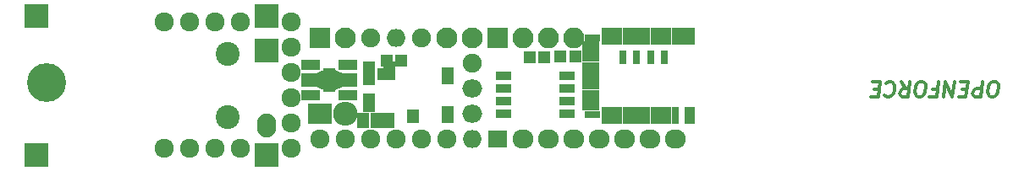
<source format=gbr>
G04 #@! TF.FileFunction,Soldermask,Top*
%FSLAX46Y46*%
G04 Gerber Fmt 4.6, Leading zero omitted, Abs format (unit mm)*
G04 Created by KiCad (PCBNEW 4.0.2+dfsg1-stable) date 2018年07月27日 19時18分06秒*
%MOMM*%
G01*
G04 APERTURE LIST*
%ADD10C,0.100000*%
%ADD11C,0.300000*%
%ADD12C,1.924000*%
%ADD13C,2.400000*%
%ADD14R,2.100000X2.100000*%
%ADD15O,2.100000X2.100000*%
%ADD16O,1.900000X1.800000*%
%ADD17R,0.800000X1.400000*%
%ADD18R,1.500000X0.800000*%
%ADD19R,1.800000X0.800000*%
%ADD20R,0.800000X1.800000*%
%ADD21R,1.000000X1.800000*%
%ADD22R,2.432000X2.000000*%
%ADD23O,2.432000X2.432000*%
%ADD24R,1.300000X1.400000*%
%ADD25R,1.300000X1.700000*%
%ADD26O,2.000000X1.800000*%
%ADD27C,1.900000*%
%ADD28R,1.901140X1.101040*%
%ADD29R,1.901140X1.400760*%
%ADD30R,1.200100X2.398980*%
%ADD31R,1.543000X0.908000*%
%ADD32O,1.900000X2.400000*%
%ADD33R,2.400000X2.400000*%
%ADD34R,1.200000X1.150000*%
%ADD35R,1.200000X1.500000*%
%ADD36R,2.400000X1.500000*%
%ADD37C,3.900120*%
%ADD38O,2.100000X1.900000*%
%ADD39R,1.900000X1.700000*%
%ADD40C,2.100000*%
%ADD41R,1.800000X1.200000*%
%ADD42R,1.250000X1.924000*%
%ADD43R,1.250000X2.400000*%
G04 APERTURE END LIST*
D10*
D11*
X120837207Y-83336229D02*
X120551493Y-83336229D01*
X120417564Y-83264800D01*
X120292564Y-83121943D01*
X120256850Y-82836229D01*
X120319350Y-82336229D01*
X120426493Y-82050514D01*
X120587207Y-81907657D01*
X120738993Y-81836229D01*
X121024707Y-81836229D01*
X121158636Y-81907657D01*
X121283636Y-82050514D01*
X121319350Y-82336229D01*
X121256850Y-82836229D01*
X121149707Y-83121943D01*
X120988993Y-83264800D01*
X120837207Y-83336229D01*
X119738992Y-81836229D02*
X119551492Y-83336229D01*
X118980064Y-83336229D01*
X118846135Y-83264800D01*
X118783636Y-83193371D01*
X118730064Y-83050514D01*
X118756849Y-82836229D01*
X118846136Y-82693371D01*
X118926492Y-82621943D01*
X119078279Y-82550514D01*
X119649707Y-82550514D01*
X118140778Y-82621943D02*
X117640778Y-82621943D01*
X117524706Y-81836229D02*
X118238992Y-81836229D01*
X118051492Y-83336229D01*
X117337206Y-83336229D01*
X116881849Y-81836229D02*
X116694349Y-83336229D01*
X116024706Y-81836229D01*
X115837206Y-83336229D01*
X114712206Y-82621943D02*
X115212206Y-82621943D01*
X115310420Y-81836229D02*
X115122920Y-83336229D01*
X114408634Y-83336229D01*
X113551492Y-83336229D02*
X113265778Y-83336229D01*
X113131849Y-83264800D01*
X113006849Y-83121943D01*
X112971135Y-82836229D01*
X113033635Y-82336229D01*
X113140778Y-82050514D01*
X113301492Y-81907657D01*
X113453278Y-81836229D01*
X113738992Y-81836229D01*
X113872921Y-81907657D01*
X113997921Y-82050514D01*
X114033635Y-82336229D01*
X113971135Y-82836229D01*
X113863992Y-83121943D01*
X113703278Y-83264800D01*
X113551492Y-83336229D01*
X111596134Y-81836229D02*
X112006849Y-82550514D01*
X112453277Y-81836229D02*
X112265777Y-83336229D01*
X111694349Y-83336229D01*
X111560420Y-83264800D01*
X111497921Y-83193371D01*
X111444349Y-83050514D01*
X111471134Y-82836229D01*
X111560421Y-82693371D01*
X111640777Y-82621943D01*
X111792564Y-82550514D01*
X112363992Y-82550514D01*
X110078277Y-81979086D02*
X110158635Y-81907657D01*
X110381849Y-81836229D01*
X110524706Y-81836229D01*
X110730063Y-81907657D01*
X110855064Y-82050514D01*
X110908635Y-82193371D01*
X110944349Y-82479086D01*
X110917564Y-82693371D01*
X110810420Y-82979086D01*
X110721135Y-83121943D01*
X110560420Y-83264800D01*
X110337206Y-83336229D01*
X110194349Y-83336229D01*
X109988992Y-83264800D01*
X109926492Y-83193371D01*
X109355063Y-82621943D02*
X108855063Y-82621943D01*
X108738991Y-81836229D02*
X109453277Y-81836229D01*
X109265777Y-83336229D01*
X108551491Y-83336229D01*
D12*
X50535800Y-88534600D03*
X50535800Y-85994600D03*
X50535800Y-83454600D03*
X50535800Y-80914600D03*
X50535800Y-78374600D03*
X50535800Y-75834600D03*
X45455800Y-75834600D03*
X42915800Y-75834600D03*
X40375800Y-75834600D03*
X37835800Y-75834600D03*
X37835800Y-88534600D03*
X40375800Y-88534600D03*
X42915800Y-88534600D03*
X45455800Y-88534600D03*
D13*
X44185800Y-85359600D03*
X44185800Y-79009600D03*
D14*
X71160600Y-77434800D03*
D15*
X73700600Y-77434800D03*
X76240600Y-77434800D03*
X78780600Y-77434800D03*
D12*
X63540600Y-87554800D03*
X66080600Y-87554800D03*
X61000600Y-87554800D03*
X58460600Y-87554800D03*
X55920600Y-87554800D03*
X53380600Y-87554800D03*
D16*
X68620600Y-87554800D03*
D17*
X86485600Y-79394800D03*
X87885600Y-79394800D03*
X85085600Y-79394800D03*
X83685600Y-79394800D03*
D18*
X80685600Y-85094800D03*
D19*
X80535600Y-84394800D03*
X80535600Y-83694800D03*
X80535600Y-82294800D03*
X80535600Y-82994800D03*
X80535600Y-78794800D03*
X80535600Y-78094800D03*
D18*
X80685600Y-77394800D03*
D19*
X80535600Y-79494800D03*
X80535600Y-80194800D03*
X80535600Y-81594800D03*
X80535600Y-80894800D03*
D20*
X88935600Y-85244800D03*
X88235600Y-85244800D03*
X86835600Y-85244800D03*
X87535600Y-85244800D03*
X86135600Y-85244800D03*
X81935600Y-85244800D03*
X83335600Y-85244800D03*
X82635600Y-85244800D03*
X84035600Y-85244800D03*
X84735600Y-85244800D03*
X85435600Y-85244800D03*
X85435600Y-77244800D03*
X84735600Y-77244800D03*
X84035600Y-77244800D03*
X82635600Y-77244800D03*
X83335600Y-77244800D03*
X81935600Y-77244800D03*
X86135600Y-77244800D03*
X87535600Y-77244800D03*
X86835600Y-77244800D03*
X88235600Y-77244800D03*
X88935600Y-77244800D03*
X89635600Y-77244800D03*
D21*
X90435600Y-85244800D03*
X90435600Y-77244800D03*
D22*
X53380600Y-85054800D03*
D23*
X55920600Y-85054800D03*
D24*
X62732000Y-85275200D03*
D25*
X66232000Y-81225200D03*
X66232000Y-85125200D03*
D26*
X68620600Y-82514800D03*
X68620600Y-85054800D03*
D27*
X68620600Y-79974800D03*
D10*
G36*
X54219410Y-82851960D02*
X53070110Y-82351580D01*
X53070110Y-80950820D01*
X54219410Y-80450440D01*
X54219410Y-82851960D01*
X54219410Y-82851960D01*
G37*
D28*
X52519540Y-83152340D03*
X52519540Y-80150060D03*
X56222860Y-83152340D03*
D29*
X56222860Y-81651200D03*
D28*
X56222860Y-80150060D03*
D29*
X52519540Y-81651200D03*
D10*
G36*
X54522990Y-80450440D02*
X55672290Y-80950820D01*
X55672290Y-82351580D01*
X54522990Y-82851960D01*
X54522990Y-80450440D01*
X54522990Y-80450440D01*
G37*
D30*
X54371200Y-81651200D03*
D31*
X71795600Y-85054800D03*
X71795600Y-83784800D03*
X71795600Y-82514800D03*
X71795600Y-81244800D03*
X78145600Y-81244800D03*
X78145600Y-82514800D03*
X78145600Y-83784800D03*
X78145600Y-85054800D03*
D32*
X48053100Y-86197300D03*
D33*
X48053100Y-78697300D03*
X48053100Y-75197300D03*
X48053100Y-89197300D03*
X25053100Y-89197300D03*
X25053100Y-75197300D03*
D34*
X60085600Y-79744800D03*
X61585600Y-79744800D03*
X78959100Y-79276300D03*
X77459100Y-79276300D03*
D35*
X57740800Y-85740600D03*
D36*
X59640800Y-85740600D03*
D34*
X74385000Y-79339800D03*
X75885000Y-79339800D03*
D37*
X26075600Y-81879800D03*
D38*
X88940600Y-87594800D03*
X83860600Y-87594800D03*
X86400600Y-87594800D03*
X81320600Y-87594800D03*
X76240600Y-87594800D03*
X78780600Y-87594800D03*
X73700600Y-87594800D03*
D39*
X71160600Y-87594800D03*
D40*
X66080600Y-77434800D03*
X68620600Y-77434800D03*
D27*
X63540600Y-77434800D03*
X58460600Y-77434800D03*
D16*
X61000600Y-77434800D03*
D40*
X55920600Y-77434800D03*
D14*
X53380600Y-77434800D03*
D41*
X60035600Y-81044800D03*
D42*
X60335600Y-80744800D03*
D43*
X58335600Y-80944800D03*
D42*
X58335600Y-83944800D03*
M02*

</source>
